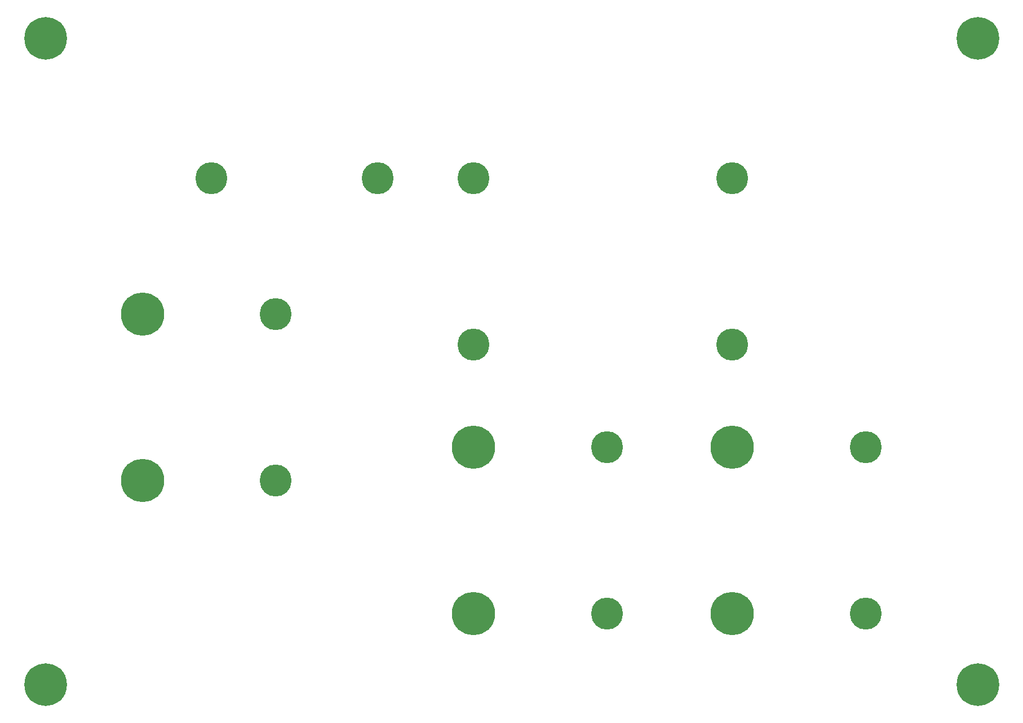
<source format=gbr>
%TF.GenerationSoftware,KiCad,Pcbnew,8.0.2*%
%TF.CreationDate,2024-06-17T23:42:06+07:00*%
%TF.ProjectId,Parallel Circuit,50617261-6c6c-4656-9c20-436972637569,rev?*%
%TF.SameCoordinates,Original*%
%TF.FileFunction,Copper,L1,Top*%
%TF.FilePolarity,Positive*%
%FSLAX46Y46*%
G04 Gerber Fmt 4.6, Leading zero omitted, Abs format (unit mm)*
G04 Created by KiCad (PCBNEW 8.0.2) date 2024-06-17 23:42:06*
%MOMM*%
%LPD*%
G01*
G04 APERTURE LIST*
%TA.AperFunction,ComponentPad*%
%ADD10C,4.800000*%
%TD*%
%TA.AperFunction,ComponentPad*%
%ADD11C,6.400000*%
%TD*%
%TA.AperFunction,ComponentPad*%
%ADD12C,6.500000*%
%TD*%
G04 APERTURE END LIST*
D10*
%TO.P,MES2,1,-*%
%TO.N,GND*%
X167301000Y-131650000D03*
%TO.P,MES2,2,+*%
%TO.N,Net-(A2--)*%
X167301000Y-106650000D03*
%TD*%
D11*
%TO.P,H1,1*%
%TO.N,N/C*%
X83000000Y-45250000D03*
%TD*%
%TO.P,H3,1*%
%TO.N,N/C*%
X83000000Y-142250000D03*
%TD*%
D10*
%TO.P,A2,1,-*%
%TO.N,Net-(A2--)*%
X147300000Y-91250000D03*
%TO.P,A2,2,+*%
%TO.N,Net-(A1--)*%
X147300000Y-66250000D03*
%TD*%
D12*
%TO.P,V1,1*%
%TO.N,Net-(A1-+)*%
X97550000Y-86625000D03*
%TO.P,V1,2*%
%TO.N,GND*%
X97550000Y-111625000D03*
%TD*%
%TO.P,R1,1*%
%TO.N,GND*%
X147300000Y-131650000D03*
%TO.P,R1,2*%
%TO.N,Net-(A2--)*%
X147300000Y-106650000D03*
%TD*%
D10*
%TO.P,A1,1,-*%
%TO.N,Net-(A1--)*%
X132850000Y-66250000D03*
%TO.P,A1,2,+*%
%TO.N,Net-(A1-+)*%
X107850000Y-66250000D03*
%TD*%
%TO.P,A3,1,-*%
%TO.N,Net-(A3--)*%
X186150000Y-91250000D03*
%TO.P,A3,2,+*%
%TO.N,Net-(A1--)*%
X186150000Y-66250000D03*
%TD*%
%TO.P,MES1,1,-*%
%TO.N,GND*%
X117550000Y-111625000D03*
%TO.P,MES1,2,+*%
%TO.N,Net-(A1-+)*%
X117550000Y-86625000D03*
%TD*%
D11*
%TO.P,H2,1*%
%TO.N,N/C*%
X223000000Y-45250000D03*
%TD*%
%TO.P,H4,1*%
%TO.N,N/C*%
X223000000Y-142250000D03*
%TD*%
D10*
%TO.P,MES3,1,-*%
%TO.N,GND*%
X206150000Y-131650000D03*
%TO.P,MES3,2,+*%
%TO.N,Net-(A3--)*%
X206150000Y-106650000D03*
%TD*%
D12*
%TO.P,R2,1*%
%TO.N,GND*%
X186150000Y-131650000D03*
%TO.P,R2,2*%
%TO.N,Net-(A3--)*%
X186150000Y-106650000D03*
%TD*%
M02*

</source>
